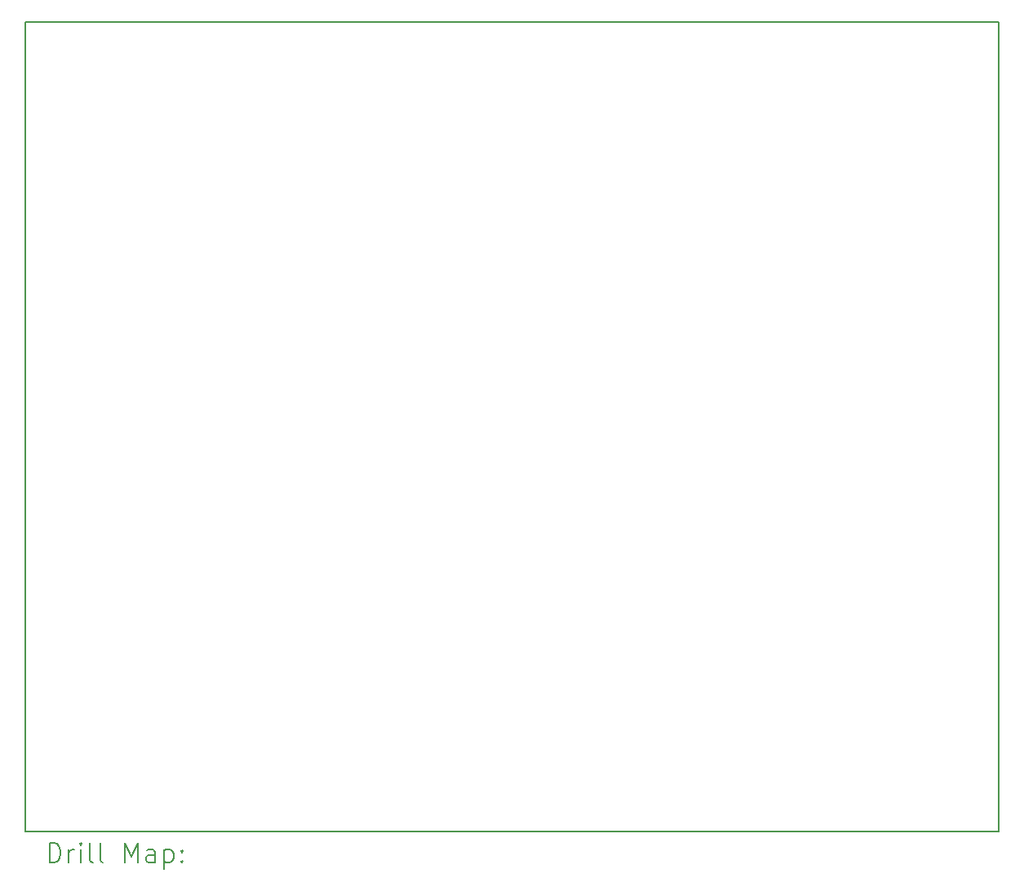
<source format=gbr>
%TF.GenerationSoftware,KiCad,Pcbnew,8.0.4*%
%TF.CreationDate,2025-10-24T14:41:25-04:00*%
%TF.ProjectId,Board,426f6172-642e-46b6-9963-61645f706362,rev?*%
%TF.SameCoordinates,Original*%
%TF.FileFunction,Drillmap*%
%TF.FilePolarity,Positive*%
%FSLAX45Y45*%
G04 Gerber Fmt 4.5, Leading zero omitted, Abs format (unit mm)*
G04 Created by KiCad (PCBNEW 8.0.4) date 2025-10-24 14:41:25*
%MOMM*%
%LPD*%
G01*
G04 APERTURE LIST*
%ADD10C,0.200000*%
G04 APERTURE END LIST*
D10*
X7498500Y-4805000D02*
X17602500Y-4805000D01*
X17602500Y-13209000D01*
X7498500Y-13209000D01*
X7498500Y-4805000D01*
X7749277Y-13530484D02*
X7749277Y-13330484D01*
X7749277Y-13330484D02*
X7796896Y-13330484D01*
X7796896Y-13330484D02*
X7825467Y-13340008D01*
X7825467Y-13340008D02*
X7844515Y-13359055D01*
X7844515Y-13359055D02*
X7854039Y-13378103D01*
X7854039Y-13378103D02*
X7863562Y-13416198D01*
X7863562Y-13416198D02*
X7863562Y-13444769D01*
X7863562Y-13444769D02*
X7854039Y-13482865D01*
X7854039Y-13482865D02*
X7844515Y-13501912D01*
X7844515Y-13501912D02*
X7825467Y-13520960D01*
X7825467Y-13520960D02*
X7796896Y-13530484D01*
X7796896Y-13530484D02*
X7749277Y-13530484D01*
X7949277Y-13530484D02*
X7949277Y-13397150D01*
X7949277Y-13435246D02*
X7958801Y-13416198D01*
X7958801Y-13416198D02*
X7968324Y-13406674D01*
X7968324Y-13406674D02*
X7987372Y-13397150D01*
X7987372Y-13397150D02*
X8006420Y-13397150D01*
X8073086Y-13530484D02*
X8073086Y-13397150D01*
X8073086Y-13330484D02*
X8063562Y-13340008D01*
X8063562Y-13340008D02*
X8073086Y-13349531D01*
X8073086Y-13349531D02*
X8082610Y-13340008D01*
X8082610Y-13340008D02*
X8073086Y-13330484D01*
X8073086Y-13330484D02*
X8073086Y-13349531D01*
X8196896Y-13530484D02*
X8177848Y-13520960D01*
X8177848Y-13520960D02*
X8168324Y-13501912D01*
X8168324Y-13501912D02*
X8168324Y-13330484D01*
X8301658Y-13530484D02*
X8282610Y-13520960D01*
X8282610Y-13520960D02*
X8273086Y-13501912D01*
X8273086Y-13501912D02*
X8273086Y-13330484D01*
X8530229Y-13530484D02*
X8530229Y-13330484D01*
X8530229Y-13330484D02*
X8596896Y-13473341D01*
X8596896Y-13473341D02*
X8663563Y-13330484D01*
X8663563Y-13330484D02*
X8663563Y-13530484D01*
X8844515Y-13530484D02*
X8844515Y-13425722D01*
X8844515Y-13425722D02*
X8834991Y-13406674D01*
X8834991Y-13406674D02*
X8815944Y-13397150D01*
X8815944Y-13397150D02*
X8777848Y-13397150D01*
X8777848Y-13397150D02*
X8758801Y-13406674D01*
X8844515Y-13520960D02*
X8825467Y-13530484D01*
X8825467Y-13530484D02*
X8777848Y-13530484D01*
X8777848Y-13530484D02*
X8758801Y-13520960D01*
X8758801Y-13520960D02*
X8749277Y-13501912D01*
X8749277Y-13501912D02*
X8749277Y-13482865D01*
X8749277Y-13482865D02*
X8758801Y-13463817D01*
X8758801Y-13463817D02*
X8777848Y-13454293D01*
X8777848Y-13454293D02*
X8825467Y-13454293D01*
X8825467Y-13454293D02*
X8844515Y-13444769D01*
X8939753Y-13397150D02*
X8939753Y-13597150D01*
X8939753Y-13406674D02*
X8958801Y-13397150D01*
X8958801Y-13397150D02*
X8996896Y-13397150D01*
X8996896Y-13397150D02*
X9015944Y-13406674D01*
X9015944Y-13406674D02*
X9025467Y-13416198D01*
X9025467Y-13416198D02*
X9034991Y-13435246D01*
X9034991Y-13435246D02*
X9034991Y-13492388D01*
X9034991Y-13492388D02*
X9025467Y-13511436D01*
X9025467Y-13511436D02*
X9015944Y-13520960D01*
X9015944Y-13520960D02*
X8996896Y-13530484D01*
X8996896Y-13530484D02*
X8958801Y-13530484D01*
X8958801Y-13530484D02*
X8939753Y-13520960D01*
X9120705Y-13511436D02*
X9130229Y-13520960D01*
X9130229Y-13520960D02*
X9120705Y-13530484D01*
X9120705Y-13530484D02*
X9111182Y-13520960D01*
X9111182Y-13520960D02*
X9120705Y-13511436D01*
X9120705Y-13511436D02*
X9120705Y-13530484D01*
X9120705Y-13406674D02*
X9130229Y-13416198D01*
X9130229Y-13416198D02*
X9120705Y-13425722D01*
X9120705Y-13425722D02*
X9111182Y-13416198D01*
X9111182Y-13416198D02*
X9120705Y-13406674D01*
X9120705Y-13406674D02*
X9120705Y-13425722D01*
M02*

</source>
